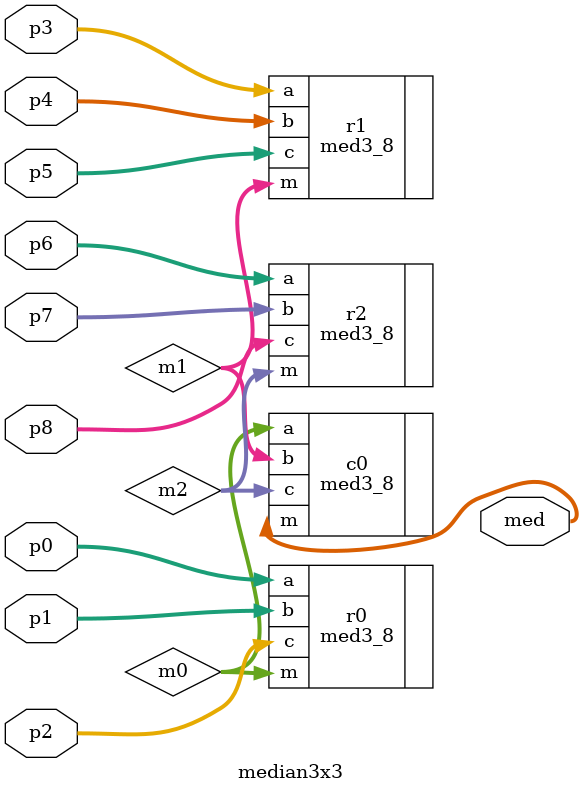
<source format=v>
module median3x3 #(
  parameter DUMMY = 0
)(
  input  wire [7:0] p0, p1, p2,
  input  wire [7:0] p3, p4, p5,
  input  wire [7:0] p6, p7, p8,
  output wire [7:0] med
);

  wire [7:0] m0, m1, m2;
  
  med3_8 r0 (.a (p0), .b (p1), .c (p2), .m (m0));
  med3_8 r1 (.a (p3), .b (p4), .c (p5), .m (m1));
  med3_8 r2 (.a (p6), .b (p7), .c (p8), .m (m2));
  
  med3_8 c0 (.a (m0), .b (m1), .c (m2), .m (med));
  
endmodule
</source>
